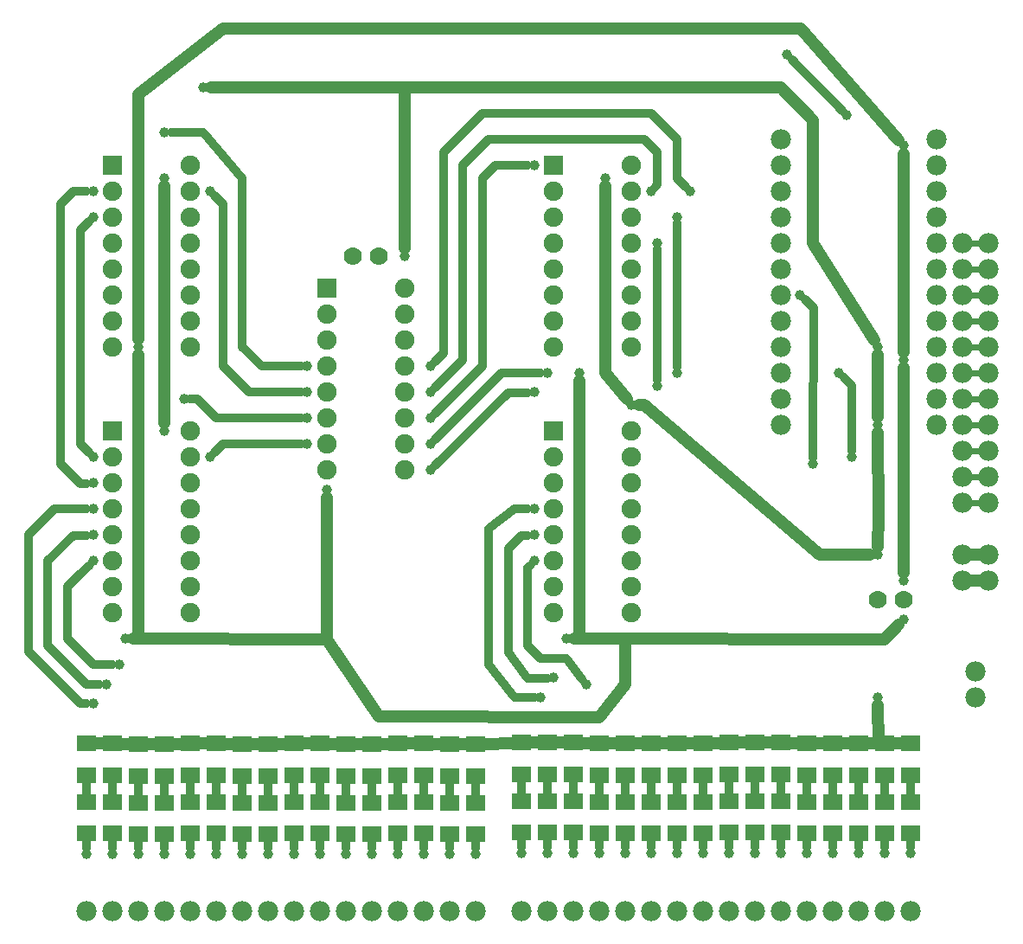
<source format=gtl>
G04 MADE WITH FRITZING*
G04 WWW.FRITZING.ORG*
G04 DOUBLE SIDED*
G04 HOLES PLATED*
G04 CONTOUR ON CENTER OF CONTOUR VECTOR*
%ASAXBY*%
%FSLAX23Y23*%
%MOIN*%
%OFA0B0*%
%SFA1.0B1.0*%
%ADD10C,0.078000*%
%ADD11C,0.070000*%
%ADD12C,0.039370*%
%ADD13C,0.075000*%
%ADD14R,0.074803X0.062992*%
%ADD15R,0.075000X0.075000*%
%ADD16C,0.032000*%
%ADD17C,0.024000*%
%ADD18C,0.048000*%
%LNCOPPER1*%
G90*
G70*
G54D10*
X3797Y1047D03*
X3797Y947D03*
G54D11*
X1397Y2647D03*
X1497Y2647D03*
G54D12*
X2097Y1572D03*
X2097Y1472D03*
X2297Y997D03*
X2172Y1022D03*
X397Y1672D03*
X397Y1572D03*
X397Y1472D03*
X397Y922D03*
X447Y997D03*
X497Y1072D03*
X1297Y1747D03*
X2122Y947D03*
X2097Y1672D03*
X3272Y2197D03*
X3322Y1872D03*
X3122Y2497D03*
X3172Y1847D03*
X3522Y3072D03*
X3072Y3422D03*
X3302Y3189D03*
X3522Y1247D03*
G54D10*
X3647Y3097D03*
X3647Y2997D03*
X3647Y2897D03*
X3647Y2797D03*
X3647Y2697D03*
X3647Y2597D03*
X3647Y2497D03*
X3647Y2397D03*
X3647Y2297D03*
X3647Y2197D03*
X3647Y2097D03*
X3647Y1997D03*
X3047Y3097D03*
X3047Y2997D03*
X3047Y2897D03*
X3047Y2797D03*
X3047Y2697D03*
X3047Y2597D03*
X3047Y2497D03*
X3047Y2397D03*
X3047Y2297D03*
X3047Y2197D03*
X3047Y2097D03*
X3047Y1997D03*
G54D12*
X2047Y347D03*
X2147Y347D03*
X2247Y347D03*
X2347Y347D03*
X2447Y347D03*
X2547Y347D03*
X2647Y347D03*
X2747Y347D03*
X2847Y347D03*
X2947Y347D03*
X3047Y347D03*
X3147Y347D03*
X3247Y347D03*
X3347Y347D03*
X3447Y347D03*
X3547Y347D03*
X3422Y947D03*
X372Y344D03*
X472Y344D03*
X572Y344D03*
X672Y344D03*
X772Y344D03*
X872Y344D03*
X972Y344D03*
X1072Y344D03*
X1172Y344D03*
X1272Y344D03*
X1372Y344D03*
X1472Y344D03*
X1572Y344D03*
X1672Y344D03*
X1772Y344D03*
X1872Y344D03*
G54D11*
X3422Y1322D03*
X3522Y1322D03*
G54D13*
X2172Y1972D03*
X2472Y1972D03*
X2172Y1872D03*
X2472Y1872D03*
X2172Y1772D03*
X2472Y1772D03*
X2172Y1672D03*
X2472Y1672D03*
X2172Y1572D03*
X2472Y1572D03*
X2172Y1472D03*
X2472Y1472D03*
X2172Y1372D03*
X2472Y1372D03*
X2172Y1272D03*
X2472Y1272D03*
X2172Y2997D03*
X2472Y2997D03*
X2172Y2897D03*
X2472Y2897D03*
X2172Y2797D03*
X2472Y2797D03*
X2172Y2697D03*
X2472Y2697D03*
X2172Y2597D03*
X2472Y2597D03*
X2172Y2497D03*
X2472Y2497D03*
X2172Y2397D03*
X2472Y2397D03*
X2172Y2297D03*
X2472Y2297D03*
X1298Y2522D03*
X1598Y2522D03*
X1298Y2422D03*
X1598Y2422D03*
X1298Y2322D03*
X1598Y2322D03*
X1298Y2222D03*
X1598Y2222D03*
X1298Y2122D03*
X1598Y2122D03*
X1298Y2022D03*
X1598Y2022D03*
X1298Y1922D03*
X1598Y1922D03*
X1298Y1822D03*
X1598Y1822D03*
X472Y1972D03*
X772Y1972D03*
X472Y1872D03*
X772Y1872D03*
X472Y1772D03*
X772Y1772D03*
X472Y1672D03*
X772Y1672D03*
X472Y1572D03*
X772Y1572D03*
X472Y1472D03*
X772Y1472D03*
X472Y1372D03*
X772Y1372D03*
X472Y1272D03*
X772Y1272D03*
X472Y2997D03*
X772Y2997D03*
X472Y2897D03*
X772Y2897D03*
X472Y2797D03*
X772Y2797D03*
X472Y2697D03*
X772Y2697D03*
X472Y2597D03*
X772Y2597D03*
X472Y2497D03*
X772Y2497D03*
X472Y2397D03*
X772Y2397D03*
X472Y2297D03*
X772Y2297D03*
G54D10*
X2447Y122D03*
X2547Y122D03*
X2647Y122D03*
X2747Y122D03*
X3147Y122D03*
X3047Y122D03*
X2947Y122D03*
X2847Y122D03*
X2047Y122D03*
X2147Y122D03*
X2247Y122D03*
X2347Y122D03*
X1472Y122D03*
X1372Y122D03*
X1272Y122D03*
X1172Y122D03*
X772Y122D03*
X872Y122D03*
X972Y122D03*
X1072Y122D03*
X372Y122D03*
X472Y122D03*
X572Y122D03*
X672Y122D03*
X3547Y122D03*
X3447Y122D03*
X3347Y122D03*
X3247Y122D03*
X1872Y122D03*
X1772Y122D03*
X1672Y122D03*
X1572Y122D03*
G54D12*
X2647Y2797D03*
X2647Y2197D03*
X2572Y2147D03*
X2572Y2697D03*
X2147Y2197D03*
G54D10*
X3847Y2697D03*
X3847Y2597D03*
X3847Y2497D03*
X3847Y2397D03*
X3847Y2297D03*
X3847Y2197D03*
X3847Y2097D03*
X3847Y1997D03*
X3847Y1897D03*
X3847Y1797D03*
X3847Y1697D03*
X3747Y2697D03*
X3747Y2597D03*
X3747Y2497D03*
X3747Y2397D03*
X3747Y2297D03*
X3747Y2197D03*
X3747Y2097D03*
X3747Y1997D03*
X3747Y1897D03*
X3747Y1797D03*
X3747Y1697D03*
G54D12*
X397Y1872D03*
X397Y2797D03*
X397Y2897D03*
X397Y1772D03*
X1222Y1922D03*
X847Y1872D03*
X1222Y2022D03*
X747Y2097D03*
X1222Y2222D03*
X672Y3122D03*
X1222Y2122D03*
X847Y2897D03*
X2097Y2122D03*
X1697Y1822D03*
X1697Y1922D03*
X1697Y2022D03*
X1697Y2122D03*
X1697Y2222D03*
X2097Y2997D03*
X2547Y2897D03*
X2697Y2897D03*
G54D10*
X3847Y1497D03*
X3847Y1397D03*
X3747Y1497D03*
X3747Y1397D03*
G54D12*
X522Y1172D03*
X2222Y1172D03*
X3522Y1397D03*
X3522Y2247D03*
X3422Y1997D03*
X3422Y2297D03*
X3422Y1497D03*
X2272Y2197D03*
X572Y2297D03*
X2472Y2072D03*
X2372Y2947D03*
X1597Y2647D03*
X822Y3297D03*
X672Y1972D03*
X672Y2947D03*
G54D14*
X372Y422D03*
X372Y544D03*
X472Y422D03*
X472Y544D03*
X672Y419D03*
X672Y541D03*
X572Y419D03*
X572Y541D03*
X772Y422D03*
X772Y544D03*
X872Y422D03*
X872Y544D03*
X972Y419D03*
X972Y541D03*
X1072Y419D03*
X1072Y541D03*
X1172Y422D03*
X1172Y544D03*
X1272Y422D03*
X1272Y544D03*
X1372Y419D03*
X1372Y541D03*
X1472Y419D03*
X1472Y541D03*
X1672Y422D03*
X1672Y544D03*
X1572Y422D03*
X1572Y544D03*
X1772Y419D03*
X1772Y541D03*
X1872Y419D03*
X1872Y541D03*
X2047Y425D03*
X2047Y547D03*
X2147Y425D03*
X2147Y547D03*
X2247Y425D03*
X2247Y547D03*
X2347Y422D03*
X2347Y544D03*
X2447Y422D03*
X2447Y544D03*
X2547Y422D03*
X2547Y544D03*
X2647Y422D03*
X2647Y544D03*
X2747Y422D03*
X2747Y544D03*
X2847Y425D03*
X2847Y547D03*
X2947Y425D03*
X2947Y547D03*
X3047Y425D03*
X3047Y547D03*
X3147Y422D03*
X3147Y544D03*
X3247Y422D03*
X3247Y544D03*
X3347Y422D03*
X3347Y544D03*
X3447Y422D03*
X3447Y544D03*
X3547Y422D03*
X3547Y544D03*
X372Y647D03*
X372Y769D03*
X472Y647D03*
X472Y769D03*
X572Y644D03*
X572Y766D03*
X672Y644D03*
X672Y766D03*
X872Y647D03*
X872Y769D03*
X772Y647D03*
X772Y769D03*
X972Y644D03*
X972Y766D03*
X1072Y644D03*
X1072Y766D03*
X1172Y647D03*
X1172Y769D03*
X1272Y647D03*
X1272Y769D03*
X1472Y644D03*
X1472Y766D03*
X1372Y644D03*
X1372Y766D03*
X1672Y647D03*
X1672Y769D03*
X1572Y647D03*
X1572Y769D03*
X1772Y644D03*
X1772Y766D03*
X1872Y644D03*
X1872Y766D03*
X2047Y650D03*
X2047Y772D03*
X2147Y650D03*
X2147Y772D03*
X2247Y650D03*
X2247Y772D03*
X2347Y647D03*
X2347Y769D03*
X2447Y647D03*
X2447Y769D03*
X2547Y647D03*
X2547Y769D03*
X2647Y647D03*
X2647Y769D03*
X2747Y647D03*
X2747Y769D03*
X2847Y650D03*
X2847Y772D03*
X2947Y650D03*
X2947Y772D03*
X3047Y650D03*
X3047Y772D03*
X3147Y647D03*
X3147Y769D03*
X3247Y647D03*
X3247Y769D03*
X3347Y647D03*
X3347Y769D03*
X3447Y647D03*
X3447Y769D03*
X3547Y647D03*
X3547Y769D03*
G54D15*
X2172Y1972D03*
X2172Y2997D03*
X1298Y2522D03*
X472Y1972D03*
X472Y2997D03*
G54D16*
X3047Y371D02*
X3047Y399D01*
D02*
X3147Y371D02*
X3147Y396D01*
D02*
X3247Y371D02*
X3247Y396D01*
D02*
X3347Y371D02*
X3347Y396D01*
D02*
X3447Y371D02*
X3447Y396D01*
D02*
X3547Y396D02*
X3547Y371D01*
D02*
X2047Y371D02*
X2047Y399D01*
D02*
X2147Y371D02*
X2147Y399D01*
D02*
X2247Y371D02*
X2247Y399D01*
D02*
X2347Y371D02*
X2347Y396D01*
D02*
X2447Y371D02*
X2447Y396D01*
D02*
X2547Y371D02*
X2547Y396D01*
D02*
X2647Y371D02*
X2647Y396D01*
D02*
X2747Y371D02*
X2747Y396D01*
D02*
X2847Y371D02*
X2847Y399D01*
D02*
X2947Y371D02*
X2947Y399D01*
D02*
X972Y368D02*
X972Y393D01*
D02*
X1072Y368D02*
X1072Y393D01*
D02*
X1172Y368D02*
X1172Y396D01*
D02*
X1272Y368D02*
X1272Y396D01*
D02*
X1372Y368D02*
X1372Y393D01*
D02*
X1472Y368D02*
X1472Y393D01*
D02*
X1572Y368D02*
X1572Y396D01*
D02*
X1672Y368D02*
X1672Y396D01*
D02*
X1772Y368D02*
X1772Y393D01*
D02*
X1872Y368D02*
X1872Y393D01*
D02*
X372Y368D02*
X372Y396D01*
D02*
X472Y368D02*
X472Y396D01*
D02*
X572Y368D02*
X572Y393D01*
D02*
X672Y368D02*
X672Y393D01*
D02*
X772Y368D02*
X772Y396D01*
D02*
X872Y368D02*
X872Y396D01*
G54D17*
D02*
X3817Y2297D02*
X3777Y2297D01*
D02*
X3817Y2197D02*
X3777Y2197D01*
D02*
X3817Y2097D02*
X3777Y2097D01*
D02*
X3817Y1997D02*
X3777Y1997D01*
D02*
X3817Y1897D02*
X3777Y1897D01*
D02*
X3817Y1797D02*
X3777Y1797D01*
D02*
X3817Y1697D02*
X3777Y1697D01*
G54D18*
D02*
X3806Y1397D02*
X3788Y1397D01*
D02*
X3806Y1497D02*
X3788Y1497D01*
G54D17*
D02*
X3817Y2697D02*
X3777Y2697D01*
D02*
X3817Y2597D02*
X3777Y2597D01*
D02*
X3817Y2497D02*
X3777Y2497D01*
D02*
X3817Y2397D02*
X3777Y2397D01*
G54D16*
D02*
X2222Y1097D02*
X2282Y1016D01*
D02*
X2122Y1097D02*
X2222Y1097D01*
D02*
X2072Y1147D02*
X2122Y1097D01*
D02*
X2072Y1447D02*
X2072Y1147D01*
G54D18*
D02*
X1296Y1171D02*
X1498Y873D01*
D02*
X1498Y872D02*
X2348Y871D01*
D02*
X2348Y871D02*
X2448Y997D01*
D02*
X2448Y997D02*
X2448Y1172D01*
D02*
X2448Y1172D02*
X2252Y1172D01*
D02*
X1297Y1716D02*
X1296Y1171D01*
G54D16*
D02*
X2072Y1021D02*
X2147Y1021D01*
D02*
X1998Y1521D02*
X1996Y1121D01*
D02*
X2048Y1571D02*
X1998Y1521D01*
D02*
X2079Y1454D02*
X2072Y1447D01*
D02*
X1996Y1121D02*
X2072Y1021D01*
D02*
X2072Y1571D02*
X2048Y1571D01*
D02*
X147Y1572D02*
X147Y1122D01*
D02*
X347Y922D02*
X372Y922D01*
D02*
X372Y997D02*
X422Y997D01*
D02*
X397Y1072D02*
X472Y1072D01*
D02*
X347Y1422D02*
X297Y1372D01*
D02*
X372Y1571D02*
X322Y1571D01*
D02*
X372Y1672D02*
X248Y1672D01*
D02*
X222Y1472D02*
X222Y1147D01*
D02*
X297Y1372D02*
X297Y1172D01*
D02*
X248Y1672D02*
X147Y1572D01*
D02*
X147Y1122D02*
X347Y922D01*
D02*
X222Y1147D02*
X372Y997D01*
D02*
X297Y1172D02*
X397Y1072D01*
D02*
X379Y1454D02*
X347Y1422D01*
D02*
X322Y1571D02*
X222Y1472D01*
G54D18*
D02*
X1298Y1171D02*
X1297Y1716D01*
D02*
X552Y1172D02*
X1298Y1171D01*
G54D16*
D02*
X2022Y1672D02*
X1922Y1597D01*
D02*
X1922Y1597D02*
X1922Y1072D01*
D02*
X2022Y947D02*
X2097Y947D01*
D02*
X1922Y1072D02*
X2022Y947D01*
D02*
X2072Y1672D02*
X2022Y1672D01*
D02*
X3089Y3404D02*
X3285Y3206D01*
D02*
X3322Y1896D02*
X3322Y2145D01*
G54D18*
D02*
X3522Y3041D02*
X3522Y2277D01*
G54D16*
D02*
X3174Y2445D02*
X3139Y2479D01*
D02*
X3172Y1871D02*
X3174Y2445D01*
D02*
X3322Y2145D02*
X3289Y2179D01*
G54D18*
D02*
X3124Y3523D02*
X3502Y3094D01*
D02*
X898Y3523D02*
X3124Y3523D01*
D02*
X572Y3271D02*
X898Y3523D01*
D02*
X572Y2327D02*
X572Y3271D01*
D02*
X3446Y1171D02*
X2252Y1172D01*
D02*
X3500Y1225D02*
X3446Y1171D01*
D02*
X3315Y769D02*
X3279Y769D01*
D02*
X3415Y769D02*
X3379Y769D01*
D02*
X3515Y769D02*
X3479Y769D01*
D02*
X3423Y772D02*
X3422Y916D01*
D02*
X3515Y770D02*
X3423Y772D01*
D02*
X2315Y770D02*
X2279Y771D01*
D02*
X2415Y769D02*
X2379Y769D01*
D02*
X2515Y769D02*
X2479Y769D01*
D02*
X2615Y769D02*
X2579Y769D01*
D02*
X2715Y769D02*
X2679Y769D01*
D02*
X2815Y771D02*
X2779Y770D01*
D02*
X2915Y772D02*
X2879Y772D01*
D02*
X3015Y772D02*
X2979Y772D01*
D02*
X3115Y770D02*
X3079Y771D01*
D02*
X3215Y769D02*
X3179Y769D01*
D02*
X1240Y769D02*
X1204Y769D01*
D02*
X1340Y767D02*
X1304Y768D01*
D02*
X1440Y766D02*
X1404Y766D01*
D02*
X1540Y768D02*
X1504Y767D01*
D02*
X1640Y769D02*
X1604Y769D01*
D02*
X1740Y767D02*
X1704Y768D01*
D02*
X1840Y766D02*
X1804Y766D01*
D02*
X2015Y771D02*
X1904Y767D01*
D02*
X2115Y772D02*
X2079Y772D01*
D02*
X2215Y772D02*
X2179Y772D01*
D02*
X440Y769D02*
X404Y769D01*
D02*
X540Y767D02*
X504Y768D01*
D02*
X640Y766D02*
X604Y766D01*
D02*
X740Y768D02*
X704Y767D01*
D02*
X840Y769D02*
X804Y769D01*
D02*
X940Y767D02*
X904Y768D01*
D02*
X1040Y766D02*
X1004Y766D01*
D02*
X1140Y768D02*
X1104Y767D01*
G54D16*
D02*
X472Y570D02*
X472Y621D01*
D02*
X372Y570D02*
X372Y621D01*
D02*
X672Y567D02*
X672Y618D01*
D02*
X572Y567D02*
X572Y618D01*
D02*
X772Y570D02*
X772Y621D01*
D02*
X872Y570D02*
X872Y621D01*
D02*
X1072Y567D02*
X1072Y618D01*
D02*
X972Y567D02*
X972Y618D01*
D02*
X1272Y570D02*
X1272Y621D01*
D02*
X1172Y570D02*
X1172Y621D01*
D02*
X1372Y567D02*
X1372Y618D01*
D02*
X1472Y567D02*
X1472Y618D01*
D02*
X1572Y570D02*
X1572Y621D01*
D02*
X1672Y570D02*
X1672Y621D01*
D02*
X1772Y567D02*
X1772Y618D01*
D02*
X1872Y567D02*
X1872Y618D01*
D02*
X2047Y573D02*
X2047Y624D01*
D02*
X2147Y573D02*
X2147Y624D01*
D02*
X2247Y573D02*
X2247Y624D01*
D02*
X2347Y570D02*
X2347Y621D01*
D02*
X2447Y570D02*
X2447Y621D01*
D02*
X2547Y570D02*
X2547Y621D01*
D02*
X2647Y570D02*
X2647Y621D01*
D02*
X2747Y570D02*
X2747Y621D01*
D02*
X2847Y573D02*
X2847Y624D01*
D02*
X2947Y573D02*
X2947Y624D01*
D02*
X3047Y573D02*
X3047Y624D01*
D02*
X3147Y570D02*
X3147Y621D01*
D02*
X3247Y570D02*
X3247Y621D01*
D02*
X3347Y570D02*
X3347Y621D01*
D02*
X3447Y570D02*
X3447Y621D01*
D02*
X3547Y570D02*
X3547Y621D01*
G54D18*
D02*
X3172Y2697D02*
X3406Y2322D01*
D02*
X3172Y3171D02*
X3172Y2697D01*
D02*
X3046Y3297D02*
X3172Y3171D01*
D02*
X852Y3297D02*
X3046Y3297D01*
G54D16*
D02*
X864Y2879D02*
X897Y2847D01*
D02*
X872Y2022D02*
X1197Y2022D01*
D02*
X797Y2097D02*
X872Y2022D01*
D02*
X771Y2097D02*
X797Y2097D01*
D02*
X997Y2122D02*
X1197Y2122D01*
D02*
X897Y2222D02*
X997Y2122D01*
D02*
X897Y2847D02*
X897Y2222D01*
D02*
X2572Y2922D02*
X2572Y3047D01*
D02*
X2572Y3047D02*
X2522Y3097D01*
D02*
X1922Y3097D02*
X1822Y2997D01*
D02*
X1897Y2947D02*
X1897Y2222D01*
D02*
X1947Y2997D02*
X1897Y2947D01*
D02*
X2072Y2121D02*
X1996Y2121D01*
D02*
X1996Y2121D02*
X1714Y1839D01*
D02*
X1972Y2197D02*
X1714Y1939D01*
D02*
X2122Y2197D02*
X1972Y2197D01*
D02*
X1897Y2222D02*
X1714Y2039D01*
D02*
X2072Y2997D02*
X1947Y2997D01*
D02*
X2564Y2914D02*
X2572Y2922D01*
D02*
X2522Y3097D02*
X1922Y3097D01*
D02*
X1822Y2997D02*
X1822Y2247D01*
D02*
X1822Y2247D02*
X1714Y2139D01*
D02*
X2647Y2221D02*
X2647Y2772D01*
D02*
X2572Y2171D02*
X2572Y2672D01*
D02*
X322Y2897D02*
X372Y2897D01*
D02*
X272Y2847D02*
X322Y2897D01*
D02*
X347Y2747D02*
X379Y2779D01*
D02*
X346Y1922D02*
X347Y2747D01*
D02*
X346Y1771D02*
X272Y1845D01*
D02*
X272Y1845D02*
X272Y2847D01*
D02*
X372Y1771D02*
X346Y1771D01*
D02*
X379Y1889D02*
X346Y1922D01*
D02*
X1897Y3197D02*
X2546Y3197D01*
D02*
X1714Y2239D02*
X1747Y2272D01*
D02*
X822Y3122D02*
X972Y2947D01*
D02*
X897Y1922D02*
X864Y1889D01*
D02*
X1197Y1922D02*
X897Y1922D01*
D02*
X1747Y2272D02*
X1747Y3047D01*
D02*
X1747Y3047D02*
X1897Y3197D01*
D02*
X2546Y3197D02*
X2646Y3097D01*
D02*
X2646Y2945D02*
X2679Y2913D01*
D02*
X2646Y3097D02*
X2646Y2945D01*
D02*
X1047Y2222D02*
X1197Y2222D01*
D02*
X972Y2297D02*
X1047Y2222D01*
D02*
X972Y2947D02*
X972Y2297D01*
D02*
X696Y3122D02*
X822Y3122D01*
G54D18*
D02*
X3424Y1645D02*
X3422Y1527D01*
D02*
X3422Y1966D02*
X3424Y1645D01*
D02*
X3522Y1427D02*
X3522Y2216D01*
D02*
X572Y1172D02*
X572Y2266D01*
D02*
X552Y1172D02*
X572Y1172D01*
D02*
X2522Y2072D02*
X2502Y2072D01*
D02*
X3198Y1497D02*
X2522Y2072D01*
D02*
X1598Y3297D02*
X852Y3297D01*
D02*
X1597Y2677D02*
X1598Y3297D01*
D02*
X2372Y2197D02*
X2372Y2916D01*
D02*
X2453Y2095D02*
X2372Y2197D01*
D02*
X3392Y1497D02*
X3198Y1497D01*
D02*
X2272Y1172D02*
X2272Y2166D01*
D02*
X2252Y1172D02*
X2272Y1172D01*
D02*
X3422Y2027D02*
X3422Y2266D01*
D02*
X672Y2002D02*
X672Y2916D01*
G04 End of Copper1*
M02*
</source>
